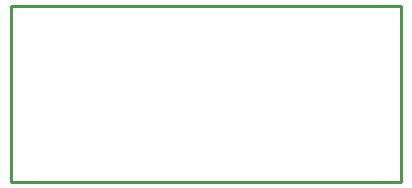
<source format=gbr>
G04 EAGLE Gerber RS-274X export*
G75*
%MOMM*%
%FSLAX34Y34*%
%LPD*%
%IN*%
%IPPOS*%
%AMOC8*
5,1,8,0,0,1.08239X$1,22.5*%
G01*
G04 Define Apertures*
%ADD10C,0.254000*%
D10*
X0Y0D02*
X330000Y0D01*
X330000Y149100D01*
X0Y149100D01*
X0Y0D01*
M02*

</source>
